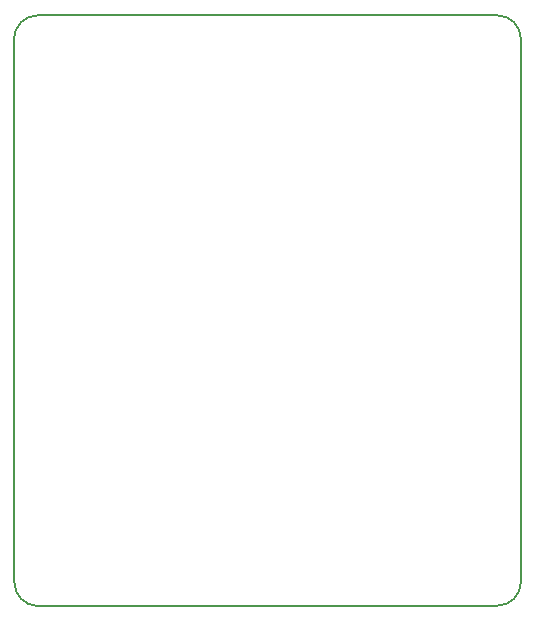
<source format=gbr>
%TF.GenerationSoftware,KiCad,Pcbnew,(5.1.9)-1*%
%TF.CreationDate,2021-10-28T19:53:03+05:30*%
%TF.ProjectId,royal_fc,726f7961-6c5f-4666-932e-6b696361645f,v1.0*%
%TF.SameCoordinates,Original*%
%TF.FileFunction,Profile,NP*%
%FSLAX46Y46*%
G04 Gerber Fmt 4.6, Leading zero omitted, Abs format (unit mm)*
G04 Created by KiCad (PCBNEW (5.1.9)-1) date 2021-10-28 19:53:03*
%MOMM*%
%LPD*%
G01*
G04 APERTURE LIST*
%TA.AperFunction,Profile*%
%ADD10C,0.200000*%
%TD*%
G04 APERTURE END LIST*
D10*
X64130000Y-101350000D02*
G75*
G02*
X66130000Y-103350000I0J-2000000D01*
G01*
X66130000Y-149320000D02*
G75*
G02*
X64130000Y-151320000I-2000000J0D01*
G01*
X25230000Y-151350000D02*
G75*
G02*
X23230000Y-149350000I0J2000000D01*
G01*
X23200000Y-103350000D02*
G75*
G02*
X25200000Y-101350000I2000000J0D01*
G01*
X23200000Y-103350000D02*
X23230000Y-149350000D01*
X66130000Y-103350000D02*
X66130000Y-149320000D01*
X25230000Y-151350000D02*
X64130000Y-151320000D01*
X25200000Y-101350000D02*
X64130000Y-101350000D01*
M02*

</source>
